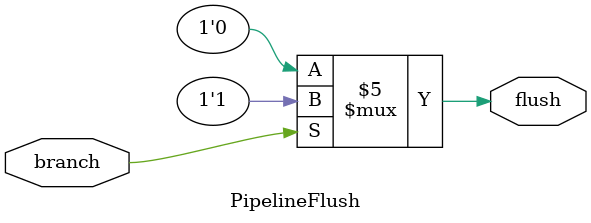
<source format=v>
`timescale 1ns / 1ps


module PipelineFlush
  (
    input branch,
    output reg flush
  );
  
  initial
    begin
      flush = 1'b0;
    end
  
  always @(*)
    begin
      if (branch == 1'b1)
        flush = 1'b1;
      else
        flush = 1'b0;
    end
  
endmodule
</source>
